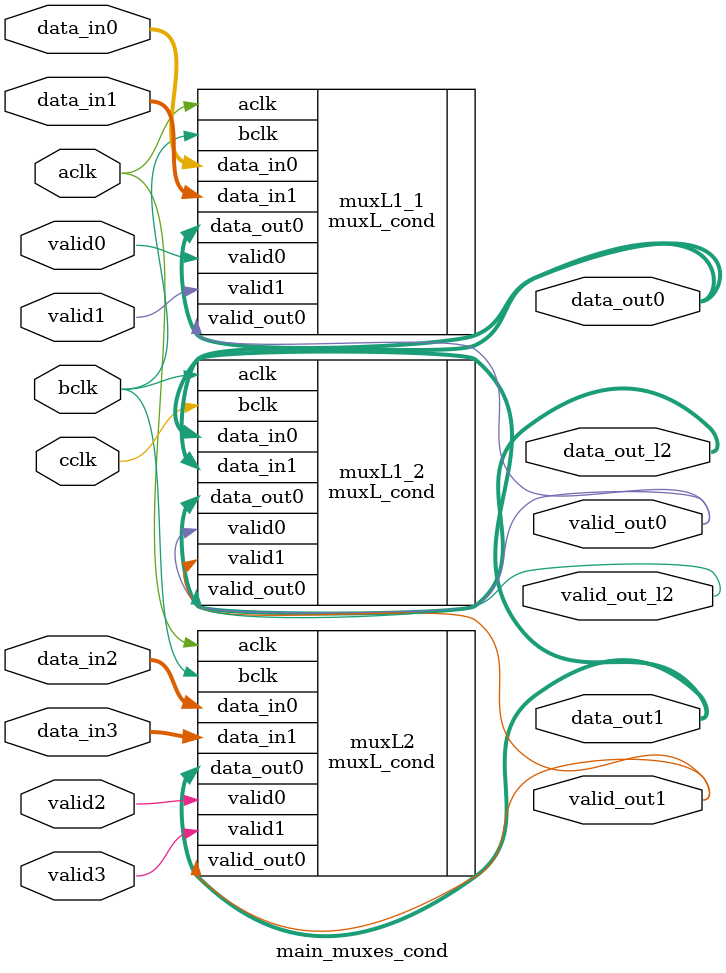
<source format=v>
`include "muxL.v" 

module main_muxes_cond(
		       input 	    aclk, bclk, cclk, valid0, valid1, valid2, valid3, 
		       input [7:0]  data_in0, data_in1, data_in2, data_in3,
		       output [7:0] data_out_l2, data_out0, data_out1,
		       output 	    valid_out_l2, valid_out0, valid_out1
		       );



   muxL_cond muxL1_1 (
		      .aclk (aclk),
		      .bclk (bclk),
		      .valid0 (valid0),
		      .valid1 (valid1),
		      .data_in0 (data_in0),
		      .data_in1 (data_in1),
		      .valid_out0 (valid_out0),
		      .data_out0 (data_out0));

   
   muxL_cond muxL2 (
		    .aclk (aclk),
		    .bclk (bclk),
		    .valid0 (valid2),
		    .valid1 (valid3),
		    .data_in0 (data_in2),
		    .data_in1 (data_in3),
		    .valid_out0 (valid_out1),
		    .data_out0 (data_out1));


   muxL_cond muxL1_2 (
		      .aclk (bclk),
		      .bclk (cclk),
		      .valid0 (valid_out0),
		      .valid1 (valid_out1),
		      .data_in0 (data_out0),
		      .data_in1 (data_out1),
		      .valid_out0 (valid_out_l2),
		      .data_out0 (data_out_l2));

   
endmodule // BancoPruebas

</source>
